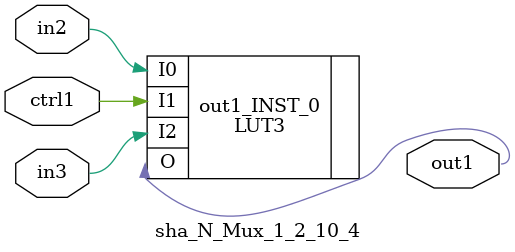
<source format=v>
`timescale 1 ps / 1 ps

(* STRUCTURAL_NETLIST = "yes" *)
module sha_N_Mux_1_2_10_4
   (in3,
    in2,
    ctrl1,
    out1);
  input in3;
  input in2;
  input ctrl1;
  output out1;

  wire ctrl1;
  wire in2;
  wire in3;
  wire out1;

  LUT3 #(
    .INIT(8'hB8)) 
    out1_INST_0
       (.I0(in2),
        .I1(ctrl1),
        .I2(in3),
        .O(out1));
endmodule


</source>
